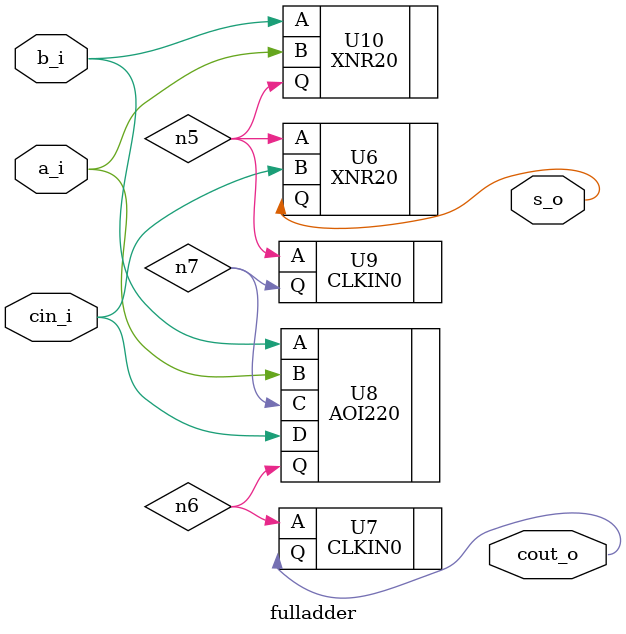
<source format=v>

module fulladder ( a_i, b_i, cin_i, s_o, cout_o );
  input a_i, b_i, cin_i;
  output s_o, cout_o;
  wire   n5, n6, n7;

  XNR20 U6 ( .A(n5), .B(cin_i), .Q(s_o) );
  CLKIN0 U7 ( .A(n6), .Q(cout_o) );
  AOI220 U8 ( .A(b_i), .B(a_i), .C(n7), .D(cin_i), .Q(n6) );
  CLKIN0 U9 ( .A(n5), .Q(n7) );
  XNR20 U10 ( .A(b_i), .B(a_i), .Q(n5) );
endmodule


</source>
